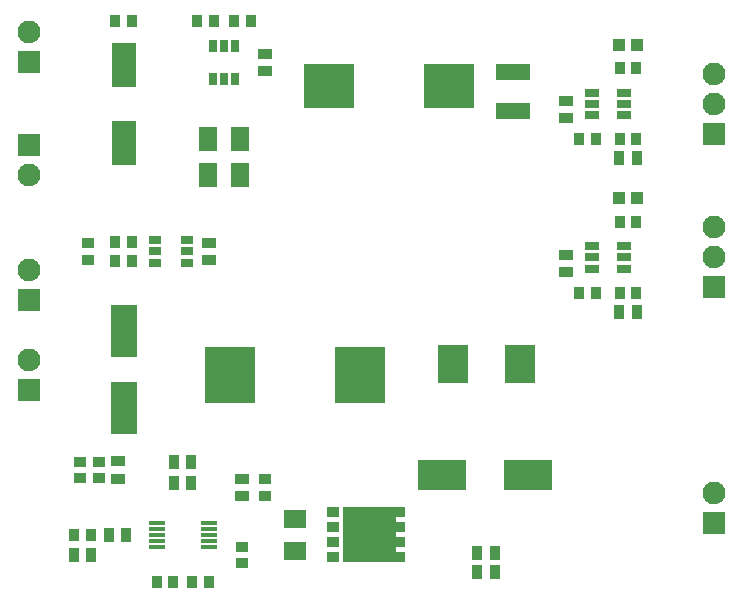
<source format=gts>
G04 Layer_Color=8388736*
%FSLAX24Y24*%
%MOIN*%
G70*
G01*
G75*
%ADD39R,0.0433X0.0276*%
%ADD40R,0.0276X0.0433*%
%ADD41R,0.1045X0.1300*%
%ADD42R,0.1680X0.1460*%
%ADD43R,0.0356X0.0454*%
%ADD44R,0.0880X0.1770*%
%ADD45R,0.0454X0.0356*%
%ADD46R,0.1610X0.0990*%
%ADD47R,0.0830X0.1460*%
%ADD48R,0.0631X0.0789*%
%ADD49R,0.1163X0.0552*%
%ADD50R,0.0395X0.0395*%
%ADD51R,0.1655X0.1850*%
%ADD52R,0.0344X0.0434*%
%ADD53R,0.0434X0.0344*%
%ADD54R,0.0769X0.0631*%
%ADD55R,0.0560X0.0150*%
%ADD56R,0.0390X0.0360*%
%ADD57R,0.0474X0.0316*%
%ADD58R,0.0760X0.0760*%
%ADD59C,0.0760*%
G36*
X20906Y13011D02*
X20595D01*
Y13292D01*
X20906D01*
Y13011D01*
D02*
G37*
G36*
Y12511D02*
X20595D01*
Y12792D01*
X20906D01*
Y12511D01*
D02*
G37*
G36*
Y12011D02*
X20595D01*
Y12292D01*
X20906D01*
Y12011D01*
D02*
G37*
G36*
Y11511D02*
X20595D01*
Y11792D01*
X20906D01*
Y11511D01*
D02*
G37*
G36*
X22870Y13292D02*
X23106D01*
Y13011D01*
X22870D01*
Y12932D01*
Y12792D01*
X23106D01*
Y12511D01*
X22870D01*
Y12292D01*
X23106D01*
Y12011D01*
X22870D01*
Y11792D01*
X23106D01*
Y11511D01*
X22870D01*
Y11482D01*
X21080D01*
Y13322D01*
X22870D01*
Y13292D01*
D02*
G37*
D39*
X14813Y22224D02*
D03*
Y21850D02*
D03*
Y21476D02*
D03*
X15896D02*
D03*
Y21850D02*
D03*
Y22224D02*
D03*
D40*
X16752Y28691D02*
D03*
X17126D02*
D03*
X17500D02*
D03*
Y27608D02*
D03*
X17126D02*
D03*
X16752D02*
D03*
D41*
X24744Y18110D02*
D03*
X26988D02*
D03*
D42*
X24633Y27362D02*
D03*
X20643D02*
D03*
D43*
X30300Y19843D02*
D03*
X30881D02*
D03*
X30300Y24961D02*
D03*
X30881D02*
D03*
X13873Y12402D02*
D03*
X13292D02*
D03*
X12692Y11732D02*
D03*
X12111D02*
D03*
X16038Y14134D02*
D03*
X15458D02*
D03*
X16038Y14843D02*
D03*
X15458D02*
D03*
X26156Y11181D02*
D03*
X25576D02*
D03*
X26156Y11811D02*
D03*
X25576D02*
D03*
D44*
X13780Y16618D02*
D03*
Y19208D02*
D03*
D45*
X13583Y14277D02*
D03*
Y14857D02*
D03*
X17717Y14267D02*
D03*
Y13686D02*
D03*
X18504Y27859D02*
D03*
Y28440D02*
D03*
X28543Y26865D02*
D03*
Y26284D02*
D03*
Y21747D02*
D03*
Y21166D02*
D03*
X16614Y21560D02*
D03*
Y22141D02*
D03*
D46*
X24392Y14409D02*
D03*
X27262D02*
D03*
D47*
X13780Y28072D02*
D03*
Y25472D02*
D03*
D48*
X16585Y24409D02*
D03*
X17667D02*
D03*
X16585Y25591D02*
D03*
X17667D02*
D03*
D49*
X26772Y27815D02*
D03*
Y26516D02*
D03*
D50*
X30886Y28740D02*
D03*
X30295D02*
D03*
X30886Y23622D02*
D03*
X30295D02*
D03*
D51*
X17321Y17717D02*
D03*
X21656D02*
D03*
D52*
X12121Y12402D02*
D03*
X12682D02*
D03*
X16619Y10827D02*
D03*
X16058D02*
D03*
X14877D02*
D03*
X15438D02*
D03*
X13499Y29528D02*
D03*
X14060D02*
D03*
X17475Y29528D02*
D03*
X18036D02*
D03*
X16216D02*
D03*
X16777D02*
D03*
X29532Y25591D02*
D03*
X28971D02*
D03*
X30871Y25591D02*
D03*
X30310D02*
D03*
X29532Y20472D02*
D03*
X28971D02*
D03*
X30871D02*
D03*
X30310D02*
D03*
X30871Y27953D02*
D03*
X30310D02*
D03*
X30871Y22835D02*
D03*
X30310D02*
D03*
X13499Y21535D02*
D03*
X14060D02*
D03*
Y22165D02*
D03*
X13499D02*
D03*
D53*
X12953Y14847D02*
D03*
Y14286D02*
D03*
X12323D02*
D03*
Y14847D02*
D03*
X18504Y13696D02*
D03*
Y14257D02*
D03*
X17717Y11452D02*
D03*
Y12013D02*
D03*
X12598Y21570D02*
D03*
Y22131D02*
D03*
D54*
X19488Y12943D02*
D03*
Y11860D02*
D03*
D55*
X14883Y12795D02*
D03*
Y12598D02*
D03*
Y12402D02*
D03*
Y12205D02*
D03*
Y12008D02*
D03*
X16613D02*
D03*
Y12205D02*
D03*
Y12402D02*
D03*
Y12598D02*
D03*
Y12795D02*
D03*
D56*
X22950Y13152D02*
D03*
Y12652D02*
D03*
Y12152D02*
D03*
Y11652D02*
D03*
X20750D02*
D03*
Y12152D02*
D03*
Y12652D02*
D03*
Y13152D02*
D03*
D57*
X30463Y26398D02*
D03*
Y26772D02*
D03*
Y27146D02*
D03*
X29380D02*
D03*
Y26772D02*
D03*
Y26398D02*
D03*
X30463Y21280D02*
D03*
Y21654D02*
D03*
Y22028D02*
D03*
X29380D02*
D03*
Y21654D02*
D03*
Y21280D02*
D03*
D58*
X33465Y20654D02*
D03*
Y25772D02*
D03*
Y12795D02*
D03*
X10630Y17224D02*
D03*
Y28150D02*
D03*
Y25394D02*
D03*
Y20219D02*
D03*
D59*
X33465Y22654D02*
D03*
Y21654D02*
D03*
Y27772D02*
D03*
Y26772D02*
D03*
Y13795D02*
D03*
X10630Y18224D02*
D03*
Y29150D02*
D03*
Y24394D02*
D03*
Y21219D02*
D03*
M02*

</source>
